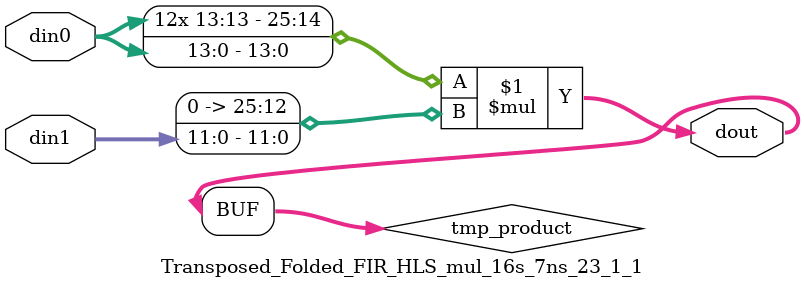
<source format=v>

`timescale 1 ns / 1 ps

 module Transposed_Folded_FIR_HLS_mul_16s_7ns_23_1_1(din0, din1, dout);
parameter ID = 1;
parameter NUM_STAGE = 0;
parameter din0_WIDTH = 14;
parameter din1_WIDTH = 12;
parameter dout_WIDTH = 26;

input [din0_WIDTH - 1 : 0] din0; 
input [din1_WIDTH - 1 : 0] din1; 
output [dout_WIDTH - 1 : 0] dout;

wire signed [dout_WIDTH - 1 : 0] tmp_product;


























assign tmp_product = $signed(din0) * $signed({1'b0, din1});









assign dout = tmp_product;





















endmodule

</source>
